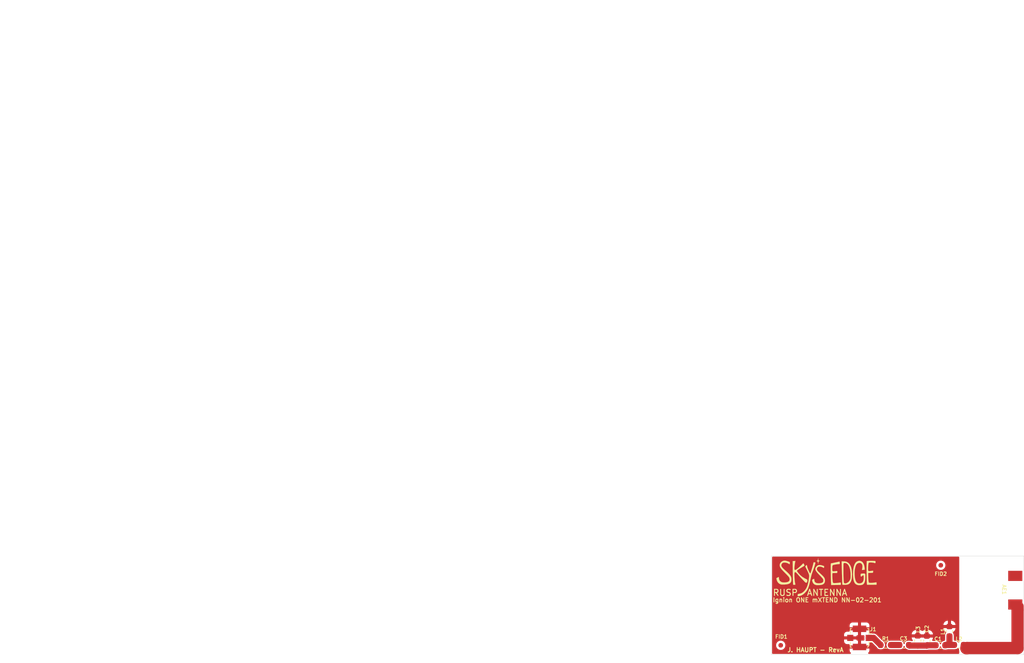
<source format=kicad_pcb>
(kicad_pcb (version 20211014) (generator pcbnew)
  (layers (0 "F.Cu" signal) (31 "B.Cu" signal) (34 "B.Paste" user) (35 "F.Paste" user) (36 "B.SilkS" user "B.Silkscreen") (37 "F.SilkS" user "F.Silkscreen") (38 "B.Mask" user) (39 "F.Mask" user) (44 "Edge.Cuts" user))
  (net 0 "")
  (net 1 "Net-(AE1-Pad1)")
  (net 2 "GNDA")
  (net 3 "Net-(C1-Pad1)")
  (net 4 "Net-(C1-Pad2)")
  (net 5 "Net-(C3-Pad1)")
  (net 6 "Net-(J1-Pad1)")
  (footprint "Fiducial:Fiducial_0.75mm_Dia_1.5mm_Outer" (layer "F.Cu") (at 125.75 103.75)
    (fp_text reference "FID1" (at 0.1 -1.4 unlocked) (layer "F.SilkS") (effects (font (size 0.6 0.6) (thickness 0.12))))
    (fp_text value "Fiducial")
    (pad "" smd circle locked (at 0 0) (size 0.75 0.75) (layers "F.Cu" "F.Mask") (clearance 0.375))
  )
  (footprint "Fiducial:Fiducial_0.75mm_Dia_1.5mm_Outer" (layer "F.Cu") (at 151.75 90.75)
    (fp_text reference "FID2" (at 0 1.4 unlocked) (layer "F.SilkS") (effects (font (size 0.6 0.6) (thickness 0.12))))
    (fp_text value "Fiducial")
    (pad "" smd circle locked (at 0 0) (size 0.75 0.75) (layers "F.Cu" "F.Mask") (clearance 0.375))
  )
  (footprint "Connector_Coaxial:U.FL_Molex_MCRF_73412-0110_Vertical" (layer "F.Cu") (at 138.55 102.55 90)
    (fp_text reference "J1" (at 1.4 2.2 unlocked) (layer "F.SilkS") (effects (font (size 0.6 0.6) (thickness 0.12))))
    (fp_text value "u.FL")
    (fp_line (start -1.5 -1.3) (end -1.5 -1.5) (layer "F.SilkS") (width 0.12))
    (fp_line (start 1.5 1.5) (end 0.7 1.5) (layer "F.SilkS") (width 0.12))
    (fp_line (start -0.7 1.5) (end -1.3 1.5) (layer "F.SilkS") (width 0.12))
    (fp_line (start 0.7 1.5) (end 0.7 2) (layer "F.SilkS") (width 0.12))
    (fp_line (start -1.3 1.5) (end -1.5 1.3) (layer "F.SilkS") (width 0.12))
    (fp_line (start -1.5 -1.5) (end -0.7 -1.5) (layer "F.SilkS") (width 0.12))
    (fp_line (start -0.7 1.5) (end -0.7 2) (layer "F.SilkS") (width 0.12))
    (fp_line (start 1.5 1.3) (end 1.5 1.5) (layer "F.SilkS") (width 0.12))
    (fp_line (start 1.5 -1.5) (end 1.5 -1.3) (layer "F.SilkS") (width 0.12))
    (fp_line (start 0.7 -1.5) (end 1.5 -1.5) (layer "F.SilkS") (width 0.12))
    (pad "1" smd rect locked (at 0 1.5 90) (size 1 1) (layers "F.Cu" "F.Paste" "F.Mask") (net 6 "Net-(J1-Pad1)"))
    (pad "2" smd rect locked (at 1.475 0 90) (size 1.05 2.2) (layers "F.Cu" "F.Paste" "F.Mask") (net 2 "GNDA"))
    (pad "2" smd rect locked (at -1.475 0 90) (size 1.05 2.2) (layers "F.Cu" "F.Paste" "F.Mask") (net 2 "GNDA"))
    (pad "2" smd rect locked (at 0 -1.5 90) (size 1 1) (layers "F.Cu" "F.Paste" "F.Mask") (net 2 "GNDA"))
  )
  (footprint "Capacitor_SMD:C_0603_1608Metric" (layer "F.Cu") (at 151.7 103.75)
    (fp_text reference "C1" (at -0.4 -1.03 unlocked) (layer "F.SilkS") (effects (font (size 0.6 0.6) (thickness 0.12))))
    (fp_text value "1.1pF")
    (fp_line (start -0.14058 -0.51) (end 0.14058 -0.51) (layer "F.SilkS") (width 0.12))
    (fp_line (start -0.14058 0.51) (end 0.14058 0.51) (layer "F.SilkS") (width 0.12))
    (pad "1" smd roundrect locked (at -0.775 0) (size 0.9 0.95) (layers "F.Cu" "F.Paste" "F.Mask") (net 3 "Net-(C1-Pad1)"))
    (pad "2" smd roundrect locked (at 0.775 0) (size 0.9 0.95) (layers "F.Cu" "F.Paste" "F.Mask") (net 4 "Net-(C1-Pad2)"))
  )
  (footprint "Capacitor_SMD:C_0603_1608Metric" (layer "F.Cu") (at 149.49 103.02 -90)
    (fp_text reference "C2" (at -1.94 0.01 90 unlocked) (layer "F.SilkS") (effects (font (size 0.6 0.6) (thickness 0.12))))
    (fp_text value "1.3pF")
    (fp_line (start -0.14058 0.51) (end 0.14058 0.51) (layer "F.SilkS") (width 0.12))
    (fp_line (start -0.14058 -0.51) (end 0.14058 -0.51) (layer "F.SilkS") (width 0.12))
    (pad "1" smd roundrect locked (at -0.775 0 270) (size 0.9 0.95) (layers "F.Cu" "F.Paste" "F.Mask") (net 2 "GNDA"))
    (pad "2" smd roundrect locked (at 0.775 0 270) (size 0.9 0.95) (layers "F.Cu" "F.Paste" "F.Mask") (net 3 "Net-(C1-Pad1)"))
  )
  (footprint "Inductor_SMD:L_0603_1608Metric" (layer "F.Cu") (at 153.16 101.49 90)
    (fp_text reference "L1" (at -0.01 -1.06 90 unlocked) (layer "F.SilkS") (effects (font (size 0.6 0.6) (thickness 0.12))))
    (fp_text value "17nH")
    (fp_line (start -0.162779 -0.51) (end 0.162779 -0.51) (layer "F.SilkS") (width 0.12))
    (fp_line (start -0.162779 0.51) (end 0.162779 0.51) (layer "F.SilkS") (width 0.12))
    (pad "1" smd roundrect locked (at -0.7875 0 90) (size 0.875 0.95) (layers "F.Cu" "F.Paste" "F.Mask") (net 4 "Net-(C1-Pad2)"))
    (pad "2" smd roundrect locked (at 0.7875 0 90) (size 0.875 0.95) (layers "F.Cu" "F.Paste" "F.Mask") (net 2 "GNDA"))
  )
  (footprint "MyFootprints:Antenna_Ignion_OnemXtend_NN02-201" (layer "F.Cu") (at 163.85 94.8 -90)
    (fp_text reference "AE1" (at -0.1 1.8 -90 unlocked) (layer "F.SilkS") (effects (font (size 0.6 0.6) (thickness 0.12))))
    (fp_text value "Antenna")
    (pad "" smd rect (at -2.325 0 270) (size 1.65 2.3) (layers "F.Cu" "F.Paste" "F.Mask"))
    (pad "1" smd rect (at 2.325 0 270) (size 1.65 2.3) (layers "F.Cu" "F.Paste" "F.Mask") (net 1 "Net-(AE1-Pad1)"))
  )
  (footprint "Resistor_SMD:R_0603_1608Metric" (layer "F.Cu") (at 142.81 103.7 180)
    (fp_text reference "R1" (at 0.01 1.02 unlocked) (layer "F.SilkS") (effects (font (size 0.6 0.6) (thickness 0.12))))
    (fp_text value "0R")
    (fp_line (start -0.237258 0.5225) (end 0.237258 0.5225) (layer "F.SilkS") (width 0.12))
    (fp_line (start -0.237258 -0.5225) (end 0.237258 -0.5225) (layer "F.SilkS") (width 0.12))
    (pad "1" smd roundrect locked (at -0.825 0 180) (size 0.8 0.95) (layers "F.Cu" "F.Paste" "F.Mask") (net 5 "Net-(C3-Pad1)"))
    (pad "2" smd roundrect locked (at 0.825 0 180) (size 0.8 0.95) (layers "F.Cu" "F.Paste" "F.Mask") (net 6 "Net-(J1-Pad1)"))
  )
  (footprint "MyFootprints:SkysEdge_21mm" (layer "F.Cu") (at 133.3 91.8)
    (fp_text reference "G***" hide)
    (fp_text value "LOGO" hide)
    (fp_poly (pts (xy -1.45469 -2.018257) (xy -1.43156 -1.893494) (xy -1.397382 -1.820062) (xy -1.343212 -1.785824) (xy -1.277938 -1.778487) (xy -1.217726 -1.767623) (xy -1.210707 -1.744159) (xy -1.251484 -1.719981) (xy -1.309688 -1.708575) (xy -1.367886 -1.69968) (xy -1.400846 -1.676655) (xy -1.418706 -1.623522) (xy -1.431603 -1.524307) (xy -1.432623 -1.514836) (xy -1.447918 -1.40516) (xy -1.464554 -1.33373) (xy -1.479472 -1.307063) (xy -1.489616 -1.331678) (xy -1.49225 -1.38774) (xy -1.501341 -1.538799) (xy -1.53094 -1.637063) (xy -1.584541 -1.690913) (xy -1.624211 -1.70438) (xy -1.699286 -1.727691) (xy -1.732585 -1.753879) (xy -1.717476 -1.773579) (xy -1.676687 -1.778487) (xy -1.602698 -1.787968) (xy -1.555353 -1.823652) (xy -1.525517 -1.898191) (xy -1.505121 -2.016125) (xy -1.479797 -2.206625) (xy -1.45469 -2.018257)) (layer "F.SilkS") (width 0.01) (fill solid))
    (fp_poly (pts (xy -5.188701 -1.660454) (xy -5.235204 -1.423867) (xy -5.273426 -1.187564) (xy -5.302469 -0.961603) (xy -5.32143 -0.756041) (xy -5.32941 -0.580936) (xy -5.325508 -0.446343) (xy -5.308823 -0.362322) (xy -5.305554 -0.355422) (xy -5.267924 -0.306417) (xy -5.218009 -0.285591) (xy -5.150395 -0.295612) (xy -5.059667 -0.339147) (xy -4.940412 -0.418863) (xy -4.787215 -0.537428) (xy -4.594663 -0.697507) (xy -4.572 -0.716783) (xy -4.433024 -0.838659) (xy -4.285247 -0.973874) (xy -4.151762 -1.101091) (xy -4.096668 -1.155977) (xy -4.003978 -1.247646) (xy -3.926797 -1.31891) (xy -3.876421 -1.359576) (xy -3.864733 -1.36525) (xy -3.839092 -1.338514) (xy -3.798715 -1.268878) (xy -3.758342 -1.184549) (xy -3.678427 -1.003848) (xy -3.752151 -0.947099) (xy -3.802575 -0.912547) (xy -3.897038 -0.851659) (xy -4.025227 -0.770938) (xy -4.17683 -0.676885) (xy -4.320114 -0.589048) (xy -4.482619 -0.488426) (xy -4.629322 -0.394677) (xy -4.750242 -0.314409) (xy -4.835397 -0.25423) (xy -4.872839 -0.223119) (xy -4.902481 -0.180924) (xy -4.910058 -0.135006) (xy -4.89142 -0.076115) (xy -4.842418 0.004996) (xy -4.758902 0.117576) (xy -4.669379 0.230391) (xy -4.365218 0.56276) (xy -4.02862 0.842102) (xy -3.653473 1.073181) (xy -3.474909 1.160662) (xy -3.344848 1.224676) (xy -3.262319 1.284135) (xy -3.22194 1.352915) (xy -3.218331 1.444896) (xy -3.246112 1.573954) (xy -3.275564 1.674812) (xy -3.306018 1.746014) (xy -3.354341 1.773979) (xy -3.416038 1.778) (xy -3.477117 1.771351) (xy -3.534236 1.745057) (xy -3.601364 1.689591) (xy -3.692472 1.595429) (xy -3.707069 1.579562) (xy -3.79924 1.480129) (xy -3.92058 1.350796) (xy -4.056186 1.207376) (xy -4.191151 1.065683) (xy -4.208318 1.04775) (xy -4.349678 0.898263) (xy -4.500518 0.735584) (xy -4.643073 0.579049) (xy -4.759576 0.447992) (xy -4.762619 0.4445) (xy -4.891148 0.298687) (xy -4.987377 0.19507) (xy -5.059256 0.126735) (xy -5.114736 0.086764) (xy -5.16177 0.068242) (xy -5.199849 0.064205) (xy -5.246751 0.072296) (xy -5.281926 0.102251) (xy -5.30652 0.16104) (xy -5.32168 0.25563) (xy -5.328553 0.39299) (xy -5.328283 0.580087) (xy -5.322476 0.809625) (xy -5.305956 1.149155) (xy -5.27973 1.446195) (xy -5.244682 1.691022) (xy -5.240297 1.7145) (xy -5.213882 1.855396) (xy -5.192665 1.974836) (xy -5.179217 2.057969) (xy -5.175773 2.087562) (xy -5.203288 2.113374) (xy -5.288681 2.125822) (xy -5.350872 2.12725) (xy -5.467547 2.12) (xy -5.530231 2.099102) (xy -5.538729 2.087562) (xy -5.542148 2.047276) (xy -5.546307 1.950673) (xy -5.551064 1.804932) (xy -5.556277 1.617228) (xy -5.561804 1.394741) (xy -5.567505 1.144647) (xy -5.573236 0.874123) (xy -5.578856 0.590348) (xy -5.584223 0.300498) (xy -5.589195 0.011752) (xy -5.593631 -0.268715) (xy -5.597389 -0.533723) (xy -5.600327 -0.776097) (xy -5.602303 -0.988657) (xy -5.603175 -1.164228) (xy -5.60319 -1.17475) (xy -5.603875 -1.730375) (xy -5.386707 -1.739829) (xy -5.169539 -1.749282) (xy -5.188701 -1.660454)) (layer "F.SilkS") (width 0.01) (fill solid))
    (fp_poly (pts (xy 2.690812 -1.677303) (xy 2.859579 -1.668627) (xy 2.983938 -1.654695) (xy 3.082956 -1.632023) (xy 3.175703 -1.597127) (xy 3.20675 -1.583006) (xy 3.425578 -1.445718) (xy 3.611628 -1.254904) (xy 3.76443 -1.011698) (xy 3.883519 -0.71724) (xy 3.968425 -0.372666) (xy 4.018682 0.020886) (xy 4.033914 0.428625) (xy 4.019909 0.824934) (xy 3.977484 1.165541) (xy 3.906056 1.451818) (xy 3.805039 1.685138) (xy 3.673848 1.866874) (xy 3.511898 1.998397) (xy 3.331002 2.077499) (xy 3.228784 2.099226) (xy 3.096956 2.115136) (xy 2.949421 2.125068) (xy 2.800081 2.12886) (xy 2.662842 2.126352) (xy 2.551607 2.117383) (xy 2.480279 2.101791) (xy 2.461739 2.087562) (xy 2.458947 2.050919) (xy 2.454611 1.957716) (xy 2.448944 1.814869) (xy 2.44216 1.629294) (xy 2.434472 1.407907) (xy 2.426092 1.157623) (xy 2.417235 0.885359) (xy 2.408114 0.59803) (xy 2.398941 0.302551) (xy 2.38993 0.00584) (xy 2.381294 -0.285188) (xy 2.373247 -0.563618) (xy 2.371802 -0.615285) (xy 2.63604 -0.615285) (xy 2.63607 -0.338903) (xy 2.636176 -0.197321) (xy 2.638139 0.238726) (xy 2.643229 0.627109) (xy 2.651336 0.965551) (xy 2.662354 1.251775) (xy 2.676175 1.483505) (xy 2.692692 1.658463) (xy 2.711795 1.774372) (xy 2.731909 1.827323) (xy 2.786685 1.861034) (xy 2.867801 1.882208) (xy 2.948183 1.892592) (xy 3.000264 1.899876) (xy 3.000375 1.899893) (xy 3.043437 1.889592) (xy 3.125123 1.857724) (xy 3.222625 1.813584) (xy 3.412196 1.700856) (xy 3.558447 1.559866) (xy 3.676167 1.375384) (xy 3.704293 1.317625) (xy 3.73858 1.23944) (xy 3.763099 1.167885) (xy 3.779865 1.089382) (xy 3.790893 0.990351) (xy 3.798199 0.857213) (xy 3.803799 0.676388) (xy 3.804695 0.641181) (xy 3.799865 0.253001) (xy 3.766395 -0.104971) (xy 3.706019 -0.428672) (xy 3.620468 -0.714043) (xy 3.511473 -0.957022) (xy 3.380767 -1.15355) (xy 3.230082 -1.299565) (xy 3.061149 -1.391007) (xy 2.925055 -1.421186) (xy 2.818067 -1.42269) (xy 2.728441 -1.409079) (xy 2.703379 -1.399478) (xy 2.6857 -1.388853) (xy 2.671385 -1.373663) (xy 2.660084 -1.347667) (xy 2.651448 -1.304625) (xy 2.645129 -1.238296) (xy 2.640777 -1.142438) (xy 2.638044 -1.010811) (xy 2.636582 -0.837173) (xy 2.63604 -0.615285) (xy 2.371802 -0.615285) (xy 2.366002 -0.822534) (xy 2.359771 -1.055019) (xy 2.354769 -1.254159) (xy 2.351208 -1.413036) (xy 2.349302 -1.524736) (xy 2.349045 -1.5672) (xy 2.3495 -1.689775) (xy 2.690812 -1.677303)) (layer "F.SilkS") (width 0.01) (fill solid))
    (fp_poly (pts (xy 5.24591 -1.771926) (xy 5.340384 -1.755383) (xy 5.401351 -1.742458) (xy 5.588869 -1.67084) (xy 5.748704 -1.543614) (xy 5.879486 -1.362962) (xy 5.979842 -1.13107) (xy 6.048402 -0.85012) (xy 6.072203 -0.674083) (xy 6.084736 -0.537426) (xy 6.092359 -0.426139) (xy 6.094277 -0.354106) (xy 6.091692 -0.33436) (xy 6.05553 -0.324517) (xy 5.973644 -0.311725) (xy 5.863556 -0.298709) (xy 5.860443 -0.298388) (xy 5.642876 -0.276098) (xy 5.659908 -0.368237) (xy 5.675163 -0.450552) (xy 5.696514 -0.565531) (xy 5.712383 -0.650875) (xy 5.731541 -0.872439) (xy 5.70502 -1.065116) (xy 5.637563 -1.223574) (xy 5.533909 -1.34248) (xy 5.398802 -1.416498) (xy 5.236981 -1.440296) (xy 5.053189 -1.40854) (xy 5.042089 -1.404926) (xy 4.907793 -1.339942) (xy 4.794167 -1.238609) (xy 4.698416 -1.095606) (xy 4.617746 -0.905613) (xy 4.549363 -0.663309) (xy 4.490472 -0.363374) (xy 4.488352 -0.350578) (xy 4.463364 -0.12688) (xy 4.452689 0.137878) (xy 4.455816 0.423011) (xy 4.472235 0.707833) (xy 4.501435 0.971658) (xy 4.524405 1.108858) (xy 4.595765 1.381015) (xy 4.692833 1.595466) (xy 4.816259 1.752851) (xy 4.966693 1.853812) (xy 5.144785 1.898989) (xy 5.320635 1.893703) (xy 5.522765 1.843017) (xy 5.682785 1.750627) (xy 5.802394 1.61403) (xy 5.88329 1.430726) (xy 5.927174 1.198212) (xy 5.936816 0.986424) (xy 5.932787 0.798128) (xy 5.919309 0.669113) (xy 5.893243 0.595476) (xy 5.851452 0.573312) (xy 5.790799 0.598718) (xy 5.708148 0.66779) (xy 5.69268 0.682625) (xy 5.591237 0.764529) (xy 5.514906 0.788256) (xy 5.46311 0.75353) (xy 5.435272 0.660075) (xy 5.429736 0.557212) (xy 5.433368 0.447376) (xy 5.450747 0.374328) (xy 5.492789 0.329952) (xy 5.570409 0.306131) (xy 5.694523 0.29475) (xy 5.788027 0.290798) (xy 5.928297 0.286205) (xy 6.032606 0.289359) (xy 6.105948 0.308209) (xy 6.153317 0.350704) (xy 6.179705 0.424794) (xy 6.190107 0.538427) (xy 6.189515 0.699553) (xy 6.182924 0.916121) (xy 6.182823 0.919284) (xy 6.173768 1.143766) (xy 6.161897 1.317871) (xy 6.145731 1.454705) (xy 6.12379 1.567376) (xy 6.1001 1.652034) (xy 6.009772 1.854992) (xy 5.884449 2.010721) (xy 5.72832 2.114103) (xy 5.718304 2.118428) (xy 5.606589 2.148873) (xy 5.453933 2.16912) (xy 5.2822 2.17835) (xy 5.113252 2.175744) (xy 4.968952 2.160483) (xy 4.915203 2.148519) (xy 4.717954 2.067682) (xy 4.559116 1.945233) (xy 4.43364 1.775633) (xy 4.336478 1.553343) (xy 4.317025 1.49225) (xy 4.257706 1.234604) (xy 4.217565 0.931624) (xy 4.196461 0.598462) (xy 4.194256 0.250275) (xy 4.21081 -0.097783) (xy 4.245983 -0.430556) (xy 4.299637 -0.732889) (xy 4.338897 -0.887386) (xy 4.434506 -1.163257) (xy 4.546193 -1.381438) (xy 4.677477 -1.546487) (xy 4.831878 -1.662961) (xy 4.98862 -1.728584) (xy 5.096914 -1.75943) (xy 5.173715 -1.773576) (xy 5.24591 -1.771926)) (layer "F.SilkS") (width 0.01) (fill solid))
    (fp_poly (pts (xy -1.975669 -1.514688) (xy -1.922833 -1.48939) (xy -1.918894 -1.482662) (xy -1.920669 -1.432117) (xy -1.94119 -1.33163) (xy -1.977553 -1.190954) (xy -2.026857 -1.019843) (xy -2.086197 -0.828049) (xy -2.152673 -0.625326) (xy -2.22338 -0.421428) (xy -2.283647 -0.257105) (xy -2.367315 -0.031549) (xy -2.437806 0.16905) (xy -2.498957 0.358219) (xy -2.554602 0.549484) (xy -2.60858 0.756373) (xy -2.664726 0.992414) (xy -2.726876 1.271133) (xy -2.758548 1.417453) (xy -2.837336 1.771292) (xy -2.910183 2.070021) (xy -2.97955 2.321474) (xy -3.047895 2.533482) (xy -3.117678 2.713879) (xy -3.191359 2.870496) (xy -3.245659 2.968625) (xy -3.377793 3.159724) (xy -3.548878 3.358523) (xy -3.740419 3.545654) (xy -3.933924 3.701751) (xy -3.96875 3.725875) (xy -4.102657 3.803837) (xy -4.249662 3.869688) (xy -4.398688 3.920925) (xy -4.538659 3.955044) (xy -4.6585 3.969543) (xy -4.747134 3.961919) (xy -4.793485 3.929668) (xy -4.797615 3.913187) (xy -4.79765 3.802812) (xy -4.786457 3.705784) (xy -4.766951 3.645174) (xy -4.76312 3.640257) (xy -4.721233 3.622248) (xy -4.634037 3.599181) (xy -4.519002 3.575562) (xy -4.497715 3.571778) (xy -4.280634 3.518278) (xy -4.090388 3.433548) (xy -3.911096 3.308405) (xy -3.726881 3.133668) (xy -3.711086 3.116876) (xy -3.542092 2.913565) (xy -3.398339 2.689592) (xy -3.277048 2.437506) (xy -3.175437 2.149853) (xy -3.090725 1.819182) (xy -3.020131 1.43804) (xy -2.980391 1.158875) (xy -2.955969 0.961264) (xy -2.940881 0.799855) (xy -2.937596 0.662667) (xy -2.948585 0.53772) (xy -2.976318 0.413033) (xy -3.023263 0.276626) (xy -3.091892 0.11652) (xy -3.184672 -0.079267) (xy -3.272666 -0.258908) (xy -3.556232 -0.835113) (xy -3.500554 -0.930142) (xy -3.439931 -1.012949) (xy -3.37756 -1.066283) (xy -3.327661 -1.079175) (xy -3.316087 -1.07242) (xy -3.300208 -1.03288) (xy -3.278158 -0.948669) (xy -3.254601 -0.837686) (xy -3.253689 -0.832916) (xy -3.223096 -0.713873) (xy -3.1722 -0.559271) (xy -3.108539 -0.390623) (xy -3.05094 -0.254344) (xy -2.960181 -0.055175) (xy -2.889227 0.090063) (xy -2.834142 0.186333) (xy -2.79099 0.238598) (xy -2.755836 0.251823) (xy -2.724744 0.230971) (xy -2.698537 0.190101) (xy -2.675417 0.132713) (xy -2.638908 0.025284) (xy -2.592323 -0.120965) (xy -2.538978 -0.294812) (xy -2.482187 -0.485035) (xy -2.425265 -0.680412) (xy -2.371528 -0.869721) (xy -2.324288 -1.041741) (xy -2.286862 -1.185249) (xy -2.264914 -1.277938) (xy -2.211686 -1.524) (xy -2.073222 -1.524) (xy -1.975669 -1.514688)) (layer "F.SilkS") (width 0.01) (fill solid))
    (fp_poly (pts (xy -0.987711 -1.069522) (xy -0.773703 -1.010317) (xy -0.754063 -1.003204) (xy -0.508 -0.912245) (xy -0.508 -0.775496) (xy -0.514296 -0.687497) (xy -0.530099 -0.629538) (xy -0.537567 -0.620475) (xy -0.579376 -0.625722) (xy -0.650388 -0.660263) (xy -0.684798 -0.68205) (xy -0.844556 -0.764138) (xy -1.026624 -0.81582) (xy -1.211748 -0.834693) (xy -1.380673 -0.818353) (xy -1.484519 -0.781874) (xy -1.594176 -0.692361) (xy -1.661041 -0.568931) (xy -1.68086 -0.428133) (xy -1.64938 -0.28652) (xy -1.624316 -0.237946) (xy -1.590185 -0.186528) (xy -1.546117 -0.130457) (xy -1.485967 -0.06346) (xy -1.403589 0.020734) (xy -1.292837 0.128397) (xy -1.147566 0.2658) (xy -0.961629 0.439215) (xy -0.951605 0.448525) (xy -0.761488 0.630693) (xy -0.616414 0.784856) (xy -0.51025 0.9206) (xy -0.436861 1.047511) (xy -0.390113 1.175176) (xy -0.363873 1.313181) (xy -0.357448 1.377068) (xy -0.367086 1.595483) (xy -0.430294 1.785376) (xy -0.542945 1.940952) (xy -0.700912 2.056414) (xy -0.889 2.123627) (xy -1.031238 2.146282) (xy -1.210346 2.162803) (xy -1.404144 2.172313) (xy -1.590453 2.173938) (xy -1.747093 2.1668) (xy -1.806197 2.159854) (xy -1.999947 2.099004) (xy -2.16632 1.985463) (xy -2.298859 1.826496) (xy -2.391111 1.629367) (xy -2.430456 1.457397) (xy -2.439694 1.366468) (xy -2.427911 1.313428) (xy -2.384547 1.273534) (xy -2.340426 1.246469) (xy -2.227537 1.182904) (xy -2.157108 1.157669) (xy -2.118026 1.174998) (xy -2.099178 1.239129) (xy -2.090237 1.341841) (xy -2.057918 1.528474) (xy -1.985331 1.672599) (xy -1.869163 1.776675) (xy -1.706102 1.843159) (xy -1.492834 1.874509) (xy -1.367734 1.877783) (xy -1.130424 1.862926) (xy -0.932773 1.822166) (xy -0.78177 1.757585) (xy -0.687093 1.67499) (xy -0.639805 1.565376) (xy -0.625462 1.425375) (xy -0.644261 1.279004) (xy -0.683005 1.174015) (xy -0.721421 1.119684) (xy -0.79724 1.028851) (xy -0.902953 0.909905) (xy -1.031049 0.771235) (xy -1.174021 0.621229) (xy -1.221958 0.571927) (xy -1.444336 0.338856) (xy -1.620594 0.140324) (xy -1.75379 -0.029302) (xy -1.846984 -0.175653) (xy -1.903235 -0.304361) (xy -1.9256 -0.421059) (xy -1.91714 -0.531377) (xy -1.880912 -0.640949) (xy -1.880819 -0.64116) (xy -1.780548 -0.80522) (xy -1.640928 -0.950966) (xy -1.512694 -1.03967) (xy -1.37122 -1.084873) (xy -1.191554 -1.094599) (xy -0.987711 -1.069522)) (layer "F.SilkS") (width 0.01) (fill solid))
    (fp_poly (pts (xy 7.374202 -1.758882) (xy 7.470267 -1.755134) (xy 7.836452 -1.7371) (xy 7.847487 -1.621387) (xy 7.852685 -1.497975) (xy 7.833881 -1.425751) (xy 7.782643 -1.399144) (xy 7.690539 -1.412583) (xy 7.584304 -1.447499) (xy 7.485653 -1.472139) (xy 7.353499 -1.490167) (xy 7.203985 -1.501185) (xy 7.053253 -1.504793) (xy 6.917444 -1.500594) (xy 6.812699 -1.488189) (xy 6.756055 -1.467945) (xy 6.725541 -1.412127) (xy 6.697411 -1.303341) (xy 6.673018 -1.152111) (xy 6.653712 -0.968961) (xy 6.640848 -0.764415) (xy 6.635778 -0.548997) (xy 6.63575 -0.531931) (xy 6.635843 -0.376178) (xy 6.641511 -0.2607) (xy 6.660832 -0.180646) (xy 6.701884 -0.131166) (xy 6.772748 -0.107411) (xy 6.881501 -0.104532) (xy 7.036223 -0.117677) (xy 7.244993 -0.141999) (xy 7.278687 -0.145983) (xy 7.46125 -0.167493) (xy 7.46125 -0.024135) (xy 7.452266 0.072849) (xy 7.42938 0.141528) (xy 7.419037 0.154258) (xy 7.367463 0.170275) (xy 7.263508 0.181646) (xy 7.118187 0.187405) (xy 7.034756 0.187884) (xy 6.893329 0.189145) (xy 6.776343 0.193649) (xy 6.697801 0.200643) (xy 6.672156 0.207419) (xy 6.663175 0.248303) (xy 6.657911 0.340862) (xy 6.656104 0.473395) (xy 6.657493 0.634203) (xy 6.661815 0.811585) (xy 6.66881 0.993841) (xy 6.678216 1.16927) (xy 6.689772 1.326173) (xy 6.699274 1.421084) (xy 6.723273 1.591001) (xy 6.749537 1.703136) (xy 6.779499 1.763201) (xy 6.786816 1.770062) (xy 6.849505 1.791478) (xy 6.961523 1.804131) (xy 7.109304 1.807973) (xy 7.279278 1.802958) (xy 7.457876 1.789036) (xy 7.58825 1.772879) (xy 7.718857 1.755077) (xy 7.837171 1.741269) (xy 7.918657 1.734302) (xy 7.921625 1.734172) (xy 8.016875 1.730375) (xy 8.016875 2.111375) (xy 7.249157 2.119871) (xy 7.03308 2.121133) (xy 6.839526 2.120097) (xy 6.677251 2.116984) (xy 6.555012 2.112015) (xy 6.481568 2.105409) (xy 6.463975 2.100112) (xy 6.457156 2.058813) (xy 6.450113 1.961375) (xy 6.442989 1.815162) (xy 6.435923 1.627533) (xy 6.429057 1.405852) (xy 6.422532 1.157478) (xy 6.416489 0.889774) (xy 6.411069 0.6101) (xy 6.406414 0.325819) (xy 6.402663 0.044291) (xy 6.39996 -0.227121) (xy 6.398443 -0.481058) (xy 6.398256 -0.710156) (xy 6.399537 -0.907056) (xy 6.40243 -1.064395) (xy 6.402975 -1.08294) (xy 6.423317 -1.737255) (xy 6.7637 -1.755212) (xy 6.949249 -1.76123) (xy 7.164092 -1.762452) (xy 7.374202 -1.758882)) (layer "F.SilkS") (width 0.01) (fill solid))
    (fp_poly (pts (xy -6.81571 -1.800125) (xy -6.693269 -1.774489) (xy -6.549753 -1.73771) (xy -6.401891 -1.694649) (xy -6.26641 -1.650173) (xy -6.160038 -1.609145) (xy -6.100331 -1.577112) (xy -6.073796 -1.528466) (xy -6.070609 -1.437179) (xy -6.075532 -1.385813) (xy -6.088979 -1.292697) (xy -6.102649 -1.229316) (xy -6.108804 -1.214863) (xy -6.1407 -1.222695) (xy -6.202892 -1.260055) (xy -6.228853 -1.27866) (xy -6.381544 -1.367986) (xy -6.56247 -1.435616) (xy -6.754692 -1.47866) (xy -6.941266 -1.494231) (xy -7.105253 -1.479441) (xy -7.206024 -1.44526) (xy -7.333348 -1.346865) (xy -7.416607 -1.214256) (xy -7.450184 -1.06249) (xy -7.428463 -0.906626) (xy -7.417636 -0.877827) (xy -7.347979 -0.759802) (xy -7.225558 -0.611299) (xy -7.052188 -0.434303) (xy -6.829683 -0.230796) (xy -6.810375 -0.213919) (xy -6.545045 0.022545) (xy -6.327837 0.229085) (xy -6.15453 0.411725) (xy -6.020904 0.576492) (xy -5.922736 0.729409) (xy -5.855806 0.876503) (xy -5.815892 1.023798) (xy -5.798773 1.17732) (xy -5.797395 1.231933) (xy -5.814197 1.453378) (xy -5.869882 1.637296) (xy -5.967654 1.786005) (xy -6.110713 1.901825) (xy -6.30226 1.987073) (xy -6.545497 2.044068) (xy -6.843626 2.075129) (xy -6.969125 2.080531) (xy -7.135553 2.08328) (xy -7.288764 2.081935) (xy -7.412368 2.076892) (xy -7.489978 2.068545) (xy -7.493 2.067906) (xy -7.710408 1.988286) (xy -7.897837 1.856097) (xy -8.050472 1.677071) (xy -8.163496 1.456942) (xy -8.232094 1.201442) (xy -8.234706 1.185019) (xy -8.255005 1.052413) (xy -8.084451 0.954831) (xy -7.988847 0.903251) (xy -7.91287 0.867882) (xy -7.878073 0.85725) (xy -7.855718 0.887025) (xy -7.843524 0.969447) (xy -7.84194 1.023937) (xy -7.813267 1.23673) (xy -7.731524 1.419985) (xy -7.601872 1.567119) (xy -7.429469 1.67155) (xy -7.3025 1.712164) (xy -7.097222 1.740454) (xy -6.87272 1.740758) (xy -6.648938 1.715343) (xy -6.445818 1.666479) (xy -6.283303 1.596435) (xy -6.2828 1.596138) (xy -6.17817 1.499774) (xy -6.118308 1.366642) (xy -6.104801 1.206528) (xy -6.139233 1.029222) (xy -6.175754 0.935349) (xy -6.219163 0.869246) (xy -6.305408 0.764566) (xy -6.43054 0.625668) (xy -6.590614 0.456913) (xy -6.781681 0.262661) (xy -6.813222 0.231144) (xy -7.049671 -0.007698) (xy -7.242525 -0.210397) (xy -7.395853 -0.382768) (xy -7.513725 -0.530625) (xy -7.60021 -0.659782) (xy -7.659376 -0.776055) (xy -7.695294 -0.885256) (xy -7.712033 -0.993201) (xy -7.714553 -1.056708) (xy -7.695802 -1.229574) (xy -7.632752 -1.382243) (xy -7.517811 -1.531549) (xy -7.485103 -1.565319) (xy -7.306476 -1.701094) (xy -7.099976 -1.784404) (xy -6.900349 -1.80975) (xy -6.81571 -1.800125)) (layer "F.SilkS") (width 0.01) (fill solid))
    (fp_poly (pts (xy 2.02416 -1.609581) (xy 2.029767 -1.534535) (xy 2.03404 -1.440515) (xy 2.035917 -1.349784) (xy 2.034944 -1.293813) (xy 2.021427 -1.260337) (xy 1.975782 -1.242969) (xy 1.883502 -1.236816) (xy 1.865312 -1.236563) (xy 1.767641 -1.230248) (xy 1.626875 -1.214344) (xy 1.462271 -1.191293) (xy 1.302076 -1.165125) (xy 1.131112 -1.134354) (xy 1.007433 -1.104638) (xy 0.923111 -1.065785) (xy 0.870219 -1.007605) (xy 0.840828 -0.919909) (xy 0.827012 -0.792506) (xy 0.820841 -0.615205) (xy 0.819141 -0.544366) (xy 0.816166 -0.370498) (xy 0.822069 -0.241292) (xy 0.844614 -0.151602) (xy 0.891561 -0.096278) (xy 0.970675 -0.070172) (xy 1.089716 -0.068135) (xy 1.256448 -0.085021) (xy 1.46781 -0.114143) (xy 1.575301 -0.11904) (xy 1.634239 -0.090711) (xy 1.650679 -0.021599) (xy 1.63193 0.090819) (xy 1.603375 0.206375) (xy 1.245048 0.206375) (xy 1.080132 0.208177) (xy 0.968183 0.214434) (xy 0.898749 0.226416) (xy 0.861375 0.245398) (xy 0.853887 0.254) (xy 0.843252 0.302536) (xy 0.837114 0.402564) (xy 0.835139 0.54226) (xy 0.836996 0.709799) (xy 0.842352 0.893357) (xy 0.850872 1.081109) (xy 0.862226 1.261233) (xy 0.87608 1.421903) (xy 0.890014 1.537397) (xy 0.908587 1.658195) (xy 0.930171 1.743085) (xy 0.965059 1.797828) (xy 1.023545 1.828184) (xy 1.11592 1.839915) (xy 1.252478 1.838781) (xy 1.415988 1.831777) (xy 1.587544 1.821675) (xy 1.750148 1.807926) (xy 1.885867 1.792306) (xy 1.976767 1.776591) (xy 1.979238 1.775981) (xy 2.100858 1.751732) (xy 2.174197 1.759619) (xy 2.209785 1.807826) (xy 2.218153 1.904543) (xy 2.216158 1.960178) (xy 2.206625 2.143125) (xy 1.425682 2.151606) (xy 0.644739 2.160088) (xy 0.624297 1.802172) (xy 0.617151 1.65196) (xy 0.610223 1.459493) (xy 0.603622 1.232845) (xy 0.597454 0.980088) (xy 0.591829 0.709293) (xy 0.586855 0.428533) (xy 0.582639 0.145878) (xy 0.57929 -0.130597) (xy 0.576915 -0.392823) (xy 0.575624 -0.632726) (xy 0.575523 -0.842234) (xy 0.576722 -1.013277) (xy 0.579327 -1.137781) (xy 0.583448 -1.207674) (xy 0.583941 -1.211305) (xy 0.606201 -1.358985) (xy 0.787288 -1.392363) (xy 0.881052 -1.410677) (xy 1.021436 -1.439399) (xy 1.19304 -1.475319) (xy 1.38046 -1.515226) (xy 1.489273 -1.538701) (xy 1.661894 -1.57557) (xy 1.811321 -1.606406) (xy 1.927219 -1.629166) (xy 1.999249 -1.641803) (xy 2.018279 -1.643394) (xy 2.02416 -1.609581)) (layer "F.SilkS") (width 0.01) (fill solid))
  )
  (footprint "Inductor_SMD:L_0603_1608Metric" (layer "F.Cu") (at 154.7 103.69 180)
    (fp_text reference "L2" (at 0 0.97 unlocked) (layer "F.SilkS") (effects (font (size 0.6 0.6) (thickness 0.12))))
    (fp_text value "12nH")
    (fp_line (start -0.162779 0.51) (end 0.162779 0.51) (layer "F.SilkS") (width 0.12))
    (fp_line (start -0.162779 -0.51) (end 0.162779 -0.51) (layer "F.SilkS") (width 0.12))
    (pad "1" smd roundrect locked (at -0.7875 0 180) (size 0.875 0.95) (layers "F.Cu" "F.Paste" "F.Mask") (net 1 "Net-(AE1-Pad1)"))
    (pad "2" smd roundrect locked (at 0.7875 0 180) (size 0.875 0.95) (layers "F.Cu" "F.Paste" "F.Mask") (net 4 "Net-(C1-Pad2)"))
  )
  (footprint "Inductor_SMD:L_0603_1608Metric" (layer "F.Cu") (at 148.01 103.01 90)
    (fp_text reference "L3" (at 1.83 0.06 90 unlocked) (layer "F.SilkS") (effects (font (size 0.6 0.6) (thickness 0.12))))
    (fp_text value "16nH")
    (fp_line (start -0.162779 -0.51) (end 0.162779 -0.51) (layer "F.SilkS") (width 0.12))
    (fp_line (start -0.162779 0.51) (end 0.162779 0.51) (layer "F.SilkS") (width 0.12))
    (pad "1" smd roundrect locked (at -0.7875 0 90) (size 0.875 0.95) (layers "F.Cu" "F.Paste" "F.Mask") (net 3 "Net-(C1-Pad1)"))
    (pad "2" smd roundrect locked (at 0.7875 0 90) (size 0.875 0.95) (layers "F.Cu" "F.Paste" "F.Mask") (net 2 "GNDA"))
  )
  (footprint "Capacitor_SMD:C_0603_1608Metric" (layer "F.Cu") (at 145.8 103.7)
    (fp_text reference "C3" (at -0.1 -1.03 unlocked) (layer "F.SilkS") (effects (font (size 0.6 0.6) (thickness 0.12))))
    (fp_text value "2.4pF")
    (fp_line (start -0.14058 0.51) (end 0.14058 0.51) (layer "F.SilkS") (width 0.12))
    (fp_line (start -0.14058 -0.51) (end 0.14058 -0.51) (layer "F.SilkS") (width 0.12))
    (pad "1" smd roundrect locked (at -0.775 0) (size 0.9 0.95) (layers "F.Cu" "F.Paste" "F.Mask") (net 5 "Net-(C3-Pad1)"))
    (pad "2" smd roundrect locked (at 0.775 0) (size 0.9 0.95) (layers "F.Cu" "F.Paste" "F.Mask") (net 3 "Net-(C1-Pad1)"))
  )
  (gr_line (start 124.25 105.25) (end 124.25 89.25) (layer "Edge.Cuts") (width 0.05))
  (gr_line (start 124.25 105.25) (end 165.25 105.25) (layer "Edge.Cuts") (width 0.05))
  (gr_line (start 165.25 105.25) (end 165.25 89.25) (layer "Edge.Cuts") (width 0.05))
  (gr_line (start 124.25 89.25) (end 165.25 89.25) (layer "Edge.Cuts") (width 0.05))
  (gr_text "Ignion ONE mXTEND NN-02-201" (at 133.3 96.4) (layer "F.SilkS") (effects (font (size 0.7 0.7) (thickness 0.13))))
  (gr_text "J. HAUPT - RevA" (at 131.4 104.5) (layer "F.SilkS") (effects (font (size 0.7 0.7))))
  (gr_text "RUSP  ANTENNA " (at 124.4 95.2) (layer "F.SilkS") (effects (font (size 1 1)) (justify left)))
  (segment (start 155.9 104.22548) (end 155.4875 103.81298) (width 1) (layer "F.Cu") (net 1))
  (segment (start 164.22548 104.2) (end 155.9975 104.2) (width 2) (layer "F.Cu") (net 1))
  (segment (start 155.9975 104.2) (end 155.97202 104.22548) (width 2) (layer "F.Cu") (net 1))
  (segment (start 164.22548 97.50048) (end 164.22548 98) (width 2) (layer "F.Cu") (net 1))
  (segment (start 164.22548 98) (end 164.22548 104.2) (width 2) (layer "F.Cu") (net 1))
  (segment (start 155.4875 103.81298) (end 155.4875 103.69) (width 1) (layer "F.Cu") (net 1))
  (segment (start 155.97202 104.22548) (end 155.9 104.22548) (width 2) (layer "F.Cu") (net 1))
  (segment (start 148.01 103.7975) (end 146.6725 103.7975) (width 1) (layer "F.Cu") (net 3))
  (segment (start 149.4875 103.7975) (end 149.49 103.795) (width 1) (layer "F.Cu") (net 3))
  (segment (start 149.535 103.75) (end 149.49 103.795) (width 1) (layer "F.Cu") (net 3))
  (segment (start 148.01 103.7975) (end 149.4875 103.7975) (width 1) (layer "F.Cu") (net 3))
  (segment (start 150.925 103.75) (end 149.535 103.75) (width 1) (layer "F.Cu") (net 3))
  (segment (start 146.6725 103.7975) (end 146.575 103.7) (width 1) (layer "F.Cu") (net 3))
  (segment (start 153.29 103.69) (end 152.535 103.69) (width 1) (layer "F.Cu") (net 4))
  (segment (start 153.9125 103.69) (end 153.29 103.69) (width 1) (layer "F.Cu") (net 4))
  (segment (start 153.16 102.2775) (end 153.16 103.56) (width 1) (layer "F.Cu") (net 4))
  (segment (start 153.16 103.56) (end 153.29 103.69) (width 1) (layer "F.Cu") (net 4))
  (segment (start 152.535 103.69) (end 152.475 103.75) (width 1) (layer "F.Cu") (net 4))
  (segment (start 143.635 103.7) (end 145.025 103.7) (width 1) (layer "F.Cu") (net 5))
  (segment (start 140.835 102.55) (end 141.985 103.7) (width 1) (layer "F.Cu") (net 6))
  (segment (start 140.05 102.55) (end 140.835 102.55) (width 1) (layer "F.Cu") (net 6))
  (zone (net 2) (net_name "GNDA") (layer "F.Cu") (connect_pads (clearance 0.1)) (min_thickness 0.254) (fill yes (thermal_gap 0.508) (thermal_bridge_width 0.508))
    (polygon (pts (xy 154.75 106.25) (xy 123.5 106.25) (xy 123.5 88.4) (xy 154.75 88.4)))
  )
)
</source>
